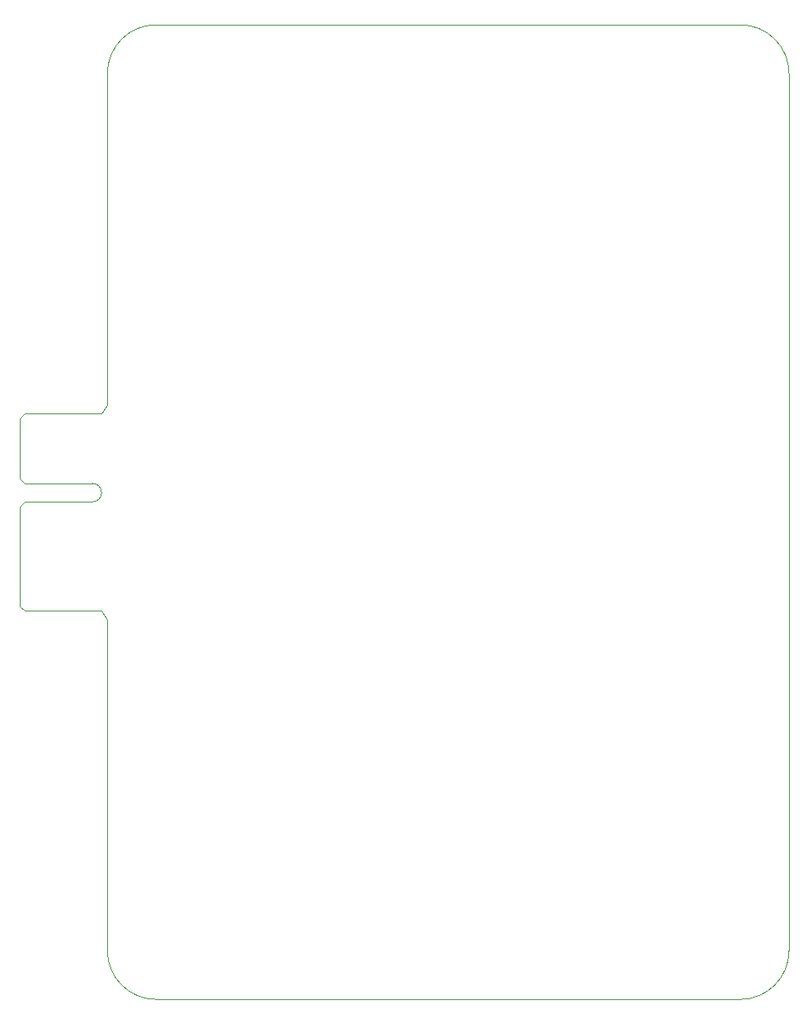
<source format=gbr>
%TF.GenerationSoftware,KiCad,Pcbnew,8.0.7*%
%TF.CreationDate,2025-01-17T12:14:06-05:00*%
%TF.ProjectId,BREAD_slice_v2,42524541-445f-4736-9c69-63655f76322e,rev?*%
%TF.SameCoordinates,Original*%
%TF.FileFunction,Profile,NP*%
%FSLAX46Y46*%
G04 Gerber Fmt 4.6, Leading zero omitted, Abs format (unit mm)*
G04 Created by KiCad (PCBNEW 8.0.7) date 2025-01-17 12:14:06*
%MOMM*%
%LPD*%
G01*
G04 APERTURE LIST*
%TA.AperFunction,Profile*%
%ADD10C,0.050000*%
%TD*%
%TA.AperFunction,Profile*%
%ADD11C,0.100000*%
%TD*%
G04 APERTURE END LIST*
D10*
X130000000Y-55000000D02*
G75*
G02*
X135000000Y-50000000I5000000J0D01*
G01*
X195000000Y-150000000D02*
X135000000Y-150000000D01*
X130000000Y-145000000D02*
X130000000Y-111000000D01*
X195000000Y-50000000D02*
G75*
G02*
X200000000Y-55000000I0J-5000000D01*
G01*
X195000000Y-50000000D02*
X135000000Y-50000000D01*
X135000000Y-150000000D02*
G75*
G02*
X130000000Y-145000000I0J5000000D01*
G01*
X130000000Y-55000000D02*
X130000000Y-89000000D01*
X129400000Y-110150000D02*
X130000000Y-111000000D01*
X130000000Y-89000000D02*
X129400000Y-89850000D01*
X200000000Y-145000000D02*
X200000000Y-55000000D01*
X200000000Y-145000000D02*
G75*
G02*
X195000000Y-150000000I-5000000J0D01*
G01*
D11*
%TO.C,J1*%
X121000000Y-90350000D02*
X121000000Y-96550000D01*
X121000000Y-90350000D02*
X121500000Y-89850000D01*
X121000000Y-96550000D02*
X121500000Y-97050000D01*
X121000000Y-99450000D02*
X121000000Y-109650000D01*
X121000000Y-99450000D02*
X121500000Y-98950000D01*
X121000000Y-109650000D02*
X121500000Y-110150000D01*
X121500000Y-89850000D02*
X129400000Y-89850000D01*
X121500000Y-97050000D02*
X128450000Y-97050000D01*
X121500000Y-98950000D02*
X128450000Y-98950000D01*
X121500000Y-110150000D02*
X129400000Y-110150000D01*
X128450000Y-97050000D02*
G75*
G02*
X128450000Y-98950000I0J-950000D01*
G01*
%TD*%
M02*

</source>
